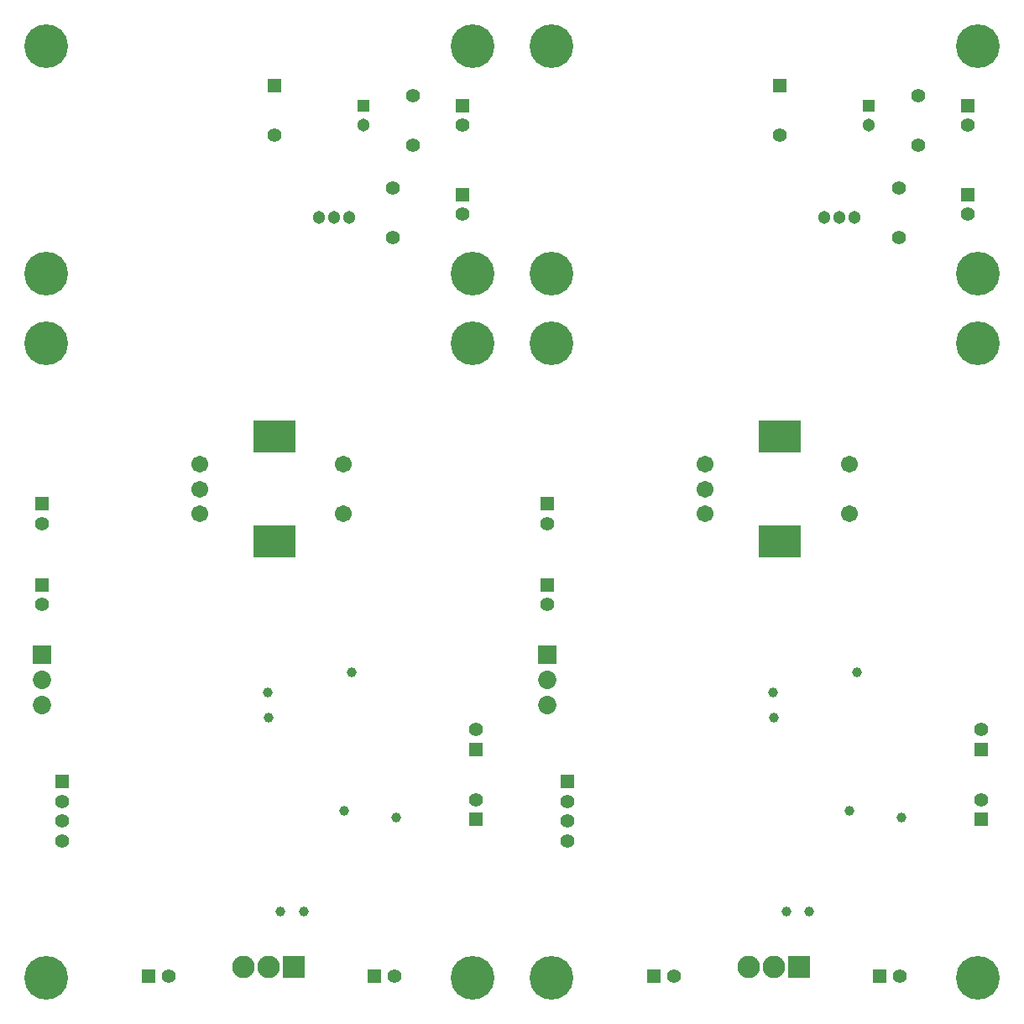
<source format=gbr>
%TF.GenerationSoftware,Altium Limited,Altium Designer,24.3.1 (35)*%
G04 Layer_Color=16711935*
%FSLAX45Y45*%
%MOMM*%
%TF.SameCoordinates,C0A1E697-D952-45A1-8973-6DB72EE3D4FA*%
%TF.FilePolarity,Negative*%
%TF.FileFunction,Soldermask,Bot*%
%TF.Part,CustomerPanel*%
G01*
G75*
%TA.AperFunction,ComponentPad*%
%ADD56R,1.40320X1.40320*%
%ADD57C,1.40320*%
%ADD58C,1.30320*%
%TA.AperFunction,ViaPad*%
%ADD59C,4.40320*%
%TA.AperFunction,ComponentPad*%
%ADD60R,1.30320X1.30320*%
%ADD61C,1.70320*%
%ADD62R,4.30320X3.20320*%
%ADD63C,2.27320*%
%ADD64R,2.27320X2.27320*%
%ADD65R,1.40320X1.40320*%
%ADD66C,1.85320*%
%ADD67R,1.85320X1.85320*%
%TA.AperFunction,ViaPad*%
%ADD68C,1.00320*%
D56*
X4500001Y8199998D02*
D03*
Y9100001D02*
D03*
X2600000Y9300001D02*
D03*
X9600001Y8199998D02*
D03*
Y9100001D02*
D03*
X7700000Y9300001D02*
D03*
X4635500Y1895500D02*
D03*
Y2603500D02*
D03*
X254002Y4264000D02*
D03*
Y5080000D02*
D03*
X457202Y2279599D02*
D03*
X9735500Y1895500D02*
D03*
Y2603500D02*
D03*
X5354001Y4264000D02*
D03*
Y5080000D02*
D03*
X5557201Y2279599D02*
D03*
D57*
X4500001Y7999998D02*
D03*
X3800003Y8270000D02*
D03*
Y7770001D02*
D03*
X4500001Y8900002D02*
D03*
X4000002Y9200001D02*
D03*
Y8700002D02*
D03*
X2600000Y8800002D02*
D03*
X9600001Y7999998D02*
D03*
X8900003Y8270000D02*
D03*
Y7770001D02*
D03*
X9600001Y8900002D02*
D03*
X9100002Y9200001D02*
D03*
Y8700002D02*
D03*
X7700000Y8800002D02*
D03*
X4635500Y2095500D02*
D03*
Y2803500D02*
D03*
X1533501Y317500D02*
D03*
X3810002D02*
D03*
X254002Y4064000D02*
D03*
Y4880000D02*
D03*
X457202Y2079600D02*
D03*
Y1879600D02*
D03*
Y1679600D02*
D03*
X9735500Y2095500D02*
D03*
Y2803500D02*
D03*
X6633501Y317500D02*
D03*
X8910001D02*
D03*
X5354001Y4064000D02*
D03*
Y4880000D02*
D03*
X5557201Y2079600D02*
D03*
Y1879600D02*
D03*
Y1679600D02*
D03*
D58*
X3352399Y7970001D02*
D03*
X3199999D02*
D03*
X3047599D02*
D03*
X3499998Y8900002D02*
D03*
X8452399Y7970001D02*
D03*
X8299999D02*
D03*
X8147599D02*
D03*
X8599998Y8900002D02*
D03*
D59*
X4600001Y7399999D02*
D03*
Y9700000D02*
D03*
X299999D02*
D03*
Y7399999D02*
D03*
X9700001D02*
D03*
Y9700000D02*
D03*
X5399999D02*
D03*
Y7399999D02*
D03*
X4600000Y6700000D02*
D03*
X300000D02*
D03*
X300001Y299999D02*
D03*
X4600002D02*
D03*
X9700000Y6700000D02*
D03*
X5400000D02*
D03*
X5400001Y299999D02*
D03*
X9700002D02*
D03*
D60*
X3499998Y9100001D02*
D03*
X8599998D02*
D03*
D61*
X1850000Y4980000D02*
D03*
Y5480000D02*
D03*
Y5230000D02*
D03*
X3300000Y4980000D02*
D03*
Y5480000D02*
D03*
X6950000Y4980000D02*
D03*
Y5480000D02*
D03*
Y5230000D02*
D03*
X8400000Y4980000D02*
D03*
Y5480000D02*
D03*
D62*
X2600000Y4700000D02*
D03*
Y5760000D02*
D03*
X7700000Y4700000D02*
D03*
Y5760000D02*
D03*
D63*
X2286000Y406400D02*
D03*
X2540000D02*
D03*
X7386000D02*
D03*
X7640000D02*
D03*
D64*
X2794000D02*
D03*
X7894000D02*
D03*
D65*
X1333502Y317500D02*
D03*
X3610002D02*
D03*
X6433501D02*
D03*
X8710002D02*
D03*
D66*
X254002Y3048000D02*
D03*
Y3302000D02*
D03*
X5354001Y3048000D02*
D03*
Y3302000D02*
D03*
D67*
X254002Y3556000D02*
D03*
X5354001D02*
D03*
D68*
X3826871Y1917700D02*
D03*
X3302000Y1981200D02*
D03*
X2533484Y3175000D02*
D03*
X3378200Y3378200D02*
D03*
X2540002Y2921000D02*
D03*
X2895602Y965200D02*
D03*
X2663298D02*
D03*
X8926871Y1917700D02*
D03*
X8402000Y1981200D02*
D03*
X7633484Y3175000D02*
D03*
X8478200Y3378200D02*
D03*
X7640001Y2921000D02*
D03*
X7995601Y965200D02*
D03*
X7763298D02*
D03*
%TF.MD5,a70ef06e18f992a7e350f799009ee8cd*%
M02*

</source>
